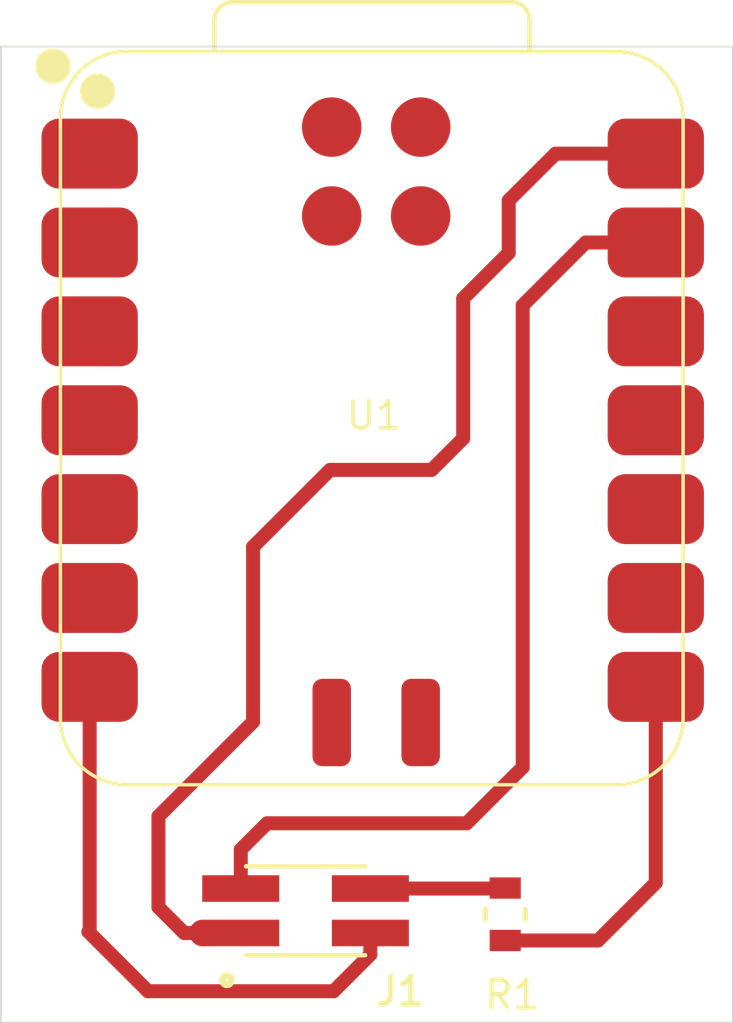
<source format=kicad_pcb>
(kicad_pcb (version 20241229) (generator "pcbnew") (generator_version "9.0")
  (layers (0 "F.Cu" signal) (2 "B.Cu" signal) (13 "F.Paste" user) (15 "B.Paste" user) (5 "F.SilkS" user "F.Silkscreen") (7 "B.SilkS" user "B.Silkscreen") (1 "F.Mask" user) (3 "B.Mask" user) (25 "Edge.Cuts" user))
  (net 0 "")
  (net 1 "GND")
  (net 2 "5V")
  (net 13 "Net-(U1-GPIO0{slash}D6{slash}TX)")
  (net 14 "Net-(J1-Pad4)")
  (net 15 "Net-(U1-GPIO1{slash}D7{slash}RX)")
  (footprint "Neil:2x2x0.5 header" (layer "F.Cu") (at 141.4 116.4 90)
    (property "Reference" "J1" (at -2.3 2.7 180) (layer "F.SilkS") (effects (font (size 0.800567 0.800567))))
    (property "Value" "serial" (hide yes))
    (fp_line (start 1.27 1.7) (end 1.27 -1.7) (stroke (width 0.127)) (layer "F.SilkS"))
    (fp_line (start -1.27 1.7) (end -1.27 -1.7) (stroke (width 0.127)) (layer "F.SilkS"))
    (fp_circle (center -1.985 -2.245) (end -1.858 -2.245) (stroke (width 0.2)) (fill no) (layer "F.SilkS"))
    (pad "1" smd rect (at -0.635 -1.85 90) (size 0.76 2.2) (layers "F.Cu" "F.Mask" "F.Paste") (net 2 "5V"))
    (pad "2" smd rect (at -0.635 1.85 90) (size 0.76 2.2) (layers "F.Cu" "F.Mask" "F.Paste") (net 13 "Net-(U1-GPIO0{slash}D6{slash}TX)"))
    (pad "3" smd rect (at 0.635 -1.85 90) (size 0.76 2.2) (layers "F.Cu" "F.Mask" "F.Paste") (net 1 "GND"))
    (pad "4" smd rect (at 0.635 1.85 90) (size 0.76 2.2) (layers "F.Cu" "F.Mask" "F.Paste") (net 14 "Net-(J1-Pad4)"))
  )
  (footprint "Neil:XIAO-RP2040-SMD" (layer "F.Cu") (at 143.235 102.38)
    (property "Reference" "U1" (at -0.735 0.32 0) (layer "F.SilkS") (effects (font (size 0.78232 0.78232) (thickness 0.10668)) (justify left bottom)))
    (property "Value" "XIAO-RP2040" (hide yes))
    (fp_line (start -8.835 8.513) (end -8.835 -8.632) (stroke (width 0.1)) (layer "F.SilkS"))
    (fp_line (start -6.93 10.418) (end 7.04 10.418) (stroke (width 0.1)) (layer "F.SilkS"))
    (fp_line (start -4.44 -10.537) (end -4.436272 -11.447272) (stroke (width 0.127)) (layer "F.SilkS"))
    (fp_line (start -3.936272 -11.947) (end 4.059 -11.947) (stroke (width 0.127)) (layer "F.SilkS"))
    (fp_line (start 4.559 -11.447) (end 4.559 -10.537) (stroke (width 0.127)) (layer "F.SilkS"))
    (fp_line (start 7.04 -10.537) (end -6.93 -10.537) (stroke (width 0.1)) (layer "F.SilkS"))
    (fp_line (start 8.945 8.513) (end 8.945 -8.632) (stroke (width 0.1)) (layer "F.SilkS"))
    (fp_arc (start -8.835 -8.636) (mid -8.277038 -9.983038) (end -6.93 -10.541) (stroke (width 0.1)) (layer "F.SilkS"))
    (fp_arc (start -6.93 10.418) (mid -8.277038 9.860038) (end -8.835 8.513) (stroke (width 0.1)) (layer "F.SilkS"))
    (fp_arc (start -4.436272 -11.447272) (mid -4.289724 -11.800644) (end -3.936272 -11.947) (stroke (width 0.127)) (layer "F.SilkS"))
    (fp_arc (start 4.059 -11.947) (mid 4.412553 -11.800553) (end 4.559 -11.447) (stroke (width 0.127)) (layer "F.SilkS"))
    (fp_arc (start 7.04 -10.537) (mid 8.387038 -9.979038) (end 8.945 -8.632) (stroke (width 0.1)) (layer "F.SilkS"))
    (fp_arc (start 8.945 8.513) (mid 8.387038 9.860038) (end 7.04 10.418) (stroke (width 0.1)) (layer "F.SilkS"))
    (fp_circle (center -9.045 -10.121) (end -9.045 -10.375) (stroke (width 0.5)) (fill yes) (layer "F.SilkS"))
    (fp_circle (center -7.771 -9.404) (end -7.771 -9.658) (stroke (width 0.5)) (fill yes) (layer "F.SilkS"))
    (pad "1" smd roundrect (at -8 -7.62) (size 2.75 2) (layers "F.Cu" "F.Mask" "F.Paste"))
    (pad "2" smd roundrect (at -8 -5.08) (size 2.75 2) (layers "F.Cu" "F.Mask" "F.Paste"))
    (pad "3" smd roundrect (at -8 -2.54) (size 2.75 2) (layers "F.Cu" "F.Mask" "F.Paste"))
    (pad "4" smd roundrect (at -8 0) (size 2.75 2) (layers "F.Cu" "F.Mask" "F.Paste"))
    (pad "5" smd roundrect (at -8 2.54) (size 2.75 2) (layers "F.Cu" "F.Mask" "F.Paste"))
    (pad "6" smd roundrect (at -8 5.08) (size 2.75 2) (layers "F.Cu" "F.Mask" "F.Paste"))
    (pad "7" smd roundrect (at -8 7.62) (size 2.75 2) (layers "F.Cu" "F.Mask" "F.Paste") (net 13 "Net-(U1-GPIO0{slash}D6{slash}TX)"))
    (pad "8" smd roundrect (at 8.165 7.62) (size 2.75 2) (layers "F.Cu" "F.Mask" "F.Paste") (net 15 "Net-(U1-GPIO1{slash}D7{slash}RX)"))
    (pad "9" smd roundrect (at 8.165 5.08) (size 2.75 2) (layers "F.Cu" "F.Mask" "F.Paste"))
    (pad "10" smd roundrect (at 8.165 2.54) (size 2.75 2) (layers "F.Cu" "F.Mask" "F.Paste"))
    (pad "11" smd roundrect (at 8.165 0) (size 2.75 2) (layers "F.Cu" "F.Mask" "F.Paste"))
    (pad "12" smd roundrect (at 8.165 -2.54) (size 2.75 2) (layers "F.Cu" "F.Mask" "F.Paste"))
    (pad "13" smd roundrect (at 8.165 -5.08) (size 2.75 2) (layers "F.Cu" "F.Mask" "F.Paste") (net 1 "GND"))
    (pad "14" smd roundrect (at 8.165 -7.62) (size 2.75 2) (layers "F.Cu" "F.Mask" "F.Paste") (net 2 "5V"))
    (pad "15" smd roundrect (at -1.088 8.64 270) (size 2.5 1.1) (layers "F.Cu" "F.Mask" "F.Paste"))
    (pad "16" smd roundrect (at 1.452 8.64 270) (size 2.5 1.1) (layers "F.Cu" "F.Mask" "F.Paste"))
    (pad "17" smd circle (at -1.088 -8.378) (size 1.7 1.7) (layers "F.Cu" "F.Mask" "F.Paste"))
    (pad "18" smd circle (at 1.452 -8.378) (size 1.7 1.7) (layers "F.Cu" "F.Mask" "F.Paste"))
    (pad "19" smd circle (at -1.088 -5.838) (size 1.7 1.7) (layers "F.Cu" "F.Mask" "F.Paste"))
    (pad "20" smd circle (at 1.452 -5.838) (size 1.7 1.7) (layers "F.Cu" "F.Mask" "F.Paste"))
  )
  (footprint "Neil:Resistor 0603" (layer "F.Cu") (at 147.1 116.5 -90)
    (property "Reference" "R1" (at 2.3 -0.2 0) (layer "F.SilkS") (effects (font (size 0.8 0.8) (thickness 0.12))))
    (property "Value" "1k" (hide yes))
    (fp_line (start -0.13695 0.5715) (end 0.13695 0.5715) (stroke (width 0.1524)) (layer "F.SilkS"))
    (fp_line (start 0.13695 -0.5715) (end -0.13695 -0.5715) (stroke (width 0.1524)) (layer "F.SilkS"))
    (pad "1" smd rect (at -0.7493 0 270) (size 0.6096 0.889) (layers "F.Cu" "F.Mask" "F.Paste") (net 14 "Net-(J1-Pad4)"))
    (pad "2" smd rect (at 0.7493 0 270) (size 0.6096 0.889) (layers "F.Cu" "F.Mask" "F.Paste") (net 15 "Net-(U1-GPIO1{slash}D7{slash}RX)"))
  )
  (gr_circle (center 138.460313 117.035) (end 138.740313 117.035) (stroke (width 0.2)) (fill yes) (layer "F.Cu") (net 2))
  (gr_rect (start 132.7 91.7) (end 153.6 119.6) (stroke (width 0.05)) (fill no) (layer "Edge.Cuts"))
  (segment (start 147.6 99.1) (end 149.4 97.3) (width 0.4) (layer "F.Cu") (net 1))
  (segment (start 140.3 113.9) (end 139.55 114.65) (width 0.4) (layer "F.Cu") (net 1))
  (segment (start 146 113.9) (end 140.3 113.9) (width 0.4) (layer "F.Cu") (net 1))
  (segment (start 146 113.9) (end 147.6 112.3) (width 0.4) (layer "F.Cu") (net 1))
  (segment (start 139.55 114.65) (end 139.55 115.765) (width 0.4) (layer "F.Cu") (net 1))
  (segment (start 147.6 112.3) (end 147.6 99.1) (width 0.4) (layer "F.Cu") (net 1))
  (segment (start 149.4 97.3) (end 151.4 97.3) (width 0.4) (layer "F.Cu") (net 1))
  (segment (start 148.54 94.76) (end 151.4 94.76) (width 0.4) (layer "F.Cu") (net 2))
  (segment (start 139.55 117.035) (end 137.935 117.035) (width 0.4) (layer "F.Cu") (net 2))
  (segment (start 137.2 116.3) (end 137.2 113.7) (width 0.4) (layer "F.Cu") (net 2))
  (segment (start 145 103.8) (end 145.9 102.9) (width 0.4) (layer "F.Cu") (net 2))
  (segment (start 137.2 113.7) (end 139.9 111) (width 0.4) (layer "F.Cu") (net 2))
  (segment (start 147.2 96.1) (end 148.54 94.76) (width 0.4) (layer "F.Cu") (net 2))
  (segment (start 142.1 103.8) (end 145 103.8) (width 0.4) (layer "F.Cu") (net 2))
  (segment (start 145.9 102.9) (end 145.9 98.9) (width 0.4) (layer "F.Cu") (net 2))
  (segment (start 139.9 106) (end 142.1 103.8) (width 0.4) (layer "F.Cu") (net 2))
  (segment (start 147.2 97.6) (end 147.2 96.1) (width 0.4) (layer "F.Cu") (net 2))
  (segment (start 139.9 111) (end 139.9 106) (width 0.4) (layer "F.Cu") (net 2))
  (segment (start 137.935 117.035) (end 137.2 116.3) (width 0.4) (layer "F.Cu") (net 2))
  (segment (start 145.9 98.9) (end 147.2 97.6) (width 0.4) (layer "F.Cu") (net 2))
  (segment (start 135.235 116.965) (end 135.235 110) (width 0.4) (layer "F.Cu") (net 13))
  (segment (start 135.2 117) (end 135.235 116.965) (width 0.4) (layer "F.Cu") (net 13))
  (segment (start 143.25 117.035) (end 143.25 117.65) (width 0.4) (layer "F.Cu") (net 13))
  (segment (start 136.9 118.7) (end 135.2 117) (width 0.4) (layer "F.Cu") (net 13))
  (segment (start 143.25 117.65) (end 142.2 118.7) (width 0.4) (layer "F.Cu") (net 13))
  (segment (start 142.2 118.7) (end 136.9 118.7) (width 0.4) (layer "F.Cu") (net 13))
  (segment (start 147.0857 115.765) (end 147.1 115.7507) (width 0.4) (layer "F.Cu") (net 14))
  (segment (start 143.25 115.765) (end 147.0857 115.765) (width 0.4) (layer "F.Cu") (net 14))
  (segment (start 147.1 117.2493) (end 149.7507 117.2493) (width 0.4) (layer "F.Cu") (net 15))
  (segment (start 151.4 115.6) (end 151.4 110) (width 0.4) (layer "F.Cu") (net 15))
  (segment (start 149.7507 117.2493) (end 151.4 115.6) (width 0.4) (layer "F.Cu") (net 15))
)
</source>
